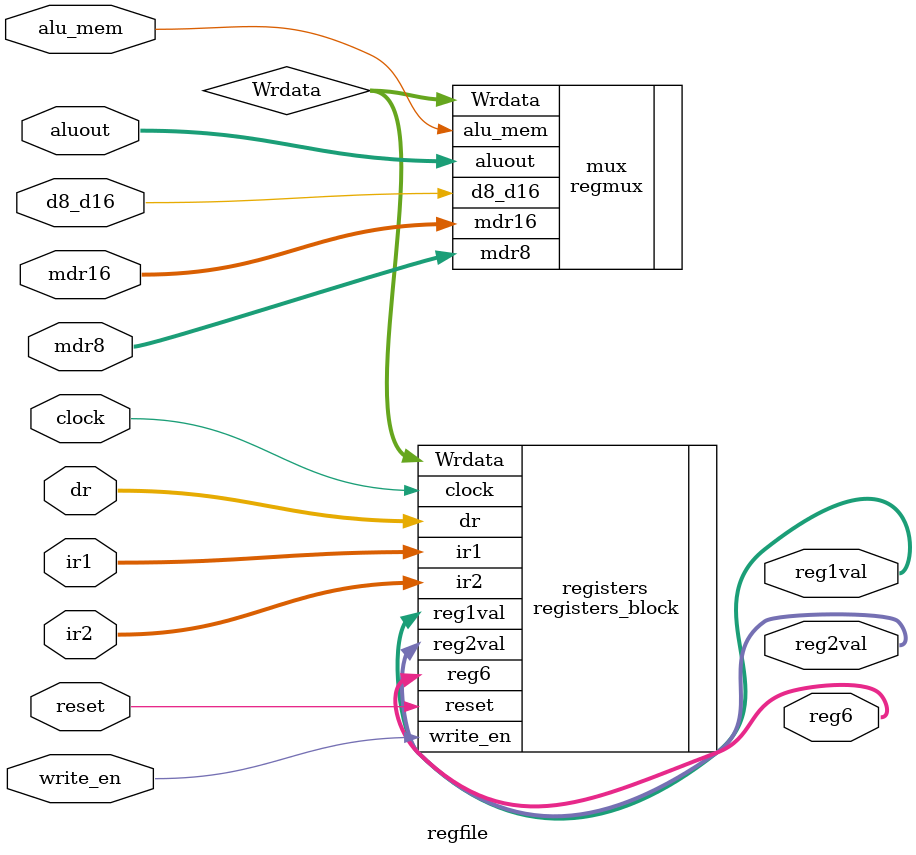
<source format=v>
module regfile (reg1val, reg2val,ir1, ir2,write_en, dr,aluout, mdr16,mdr8, d8_d16,clock, reset,alu_mem,reg6);

 output [15:0] reg1val;        // Reg Output 1
 output [15:0] reg2val;        // Reg Output 2
 output [15:0] reg6;
 
 input [2:0] ir1;        // Source Register1 Select
 input [2:0] ir2;        // Source Register2 Select
 
 input write_en;
 input [2:0] dr;         // Destination Register Select
 
 input [15:0] aluout;
 
 wire [15:0] Wrdata;
 
 input [15:0] mdr16;        // from Memory
 input [7:0] mdr8;
 
 input clock, reset,d8_d16,alu_mem;      

 
 regmux mux(.Wrdata(Wrdata),.aluout(aluout), .mdr16(mdr16),.mdr8(mdr8), .d8_d16(d8_d16),.alu_mem(alu_mem));
 registers_block registers(.reg1val(reg1val), .reg2val(reg2val),.Wrdata(Wrdata), .ir1(ir1), .ir2(ir2),
										.write_en(write_en), .dr(dr),.clock(clock), .reset(reset),.reg6(reg6));

 
 endmodule

</source>
